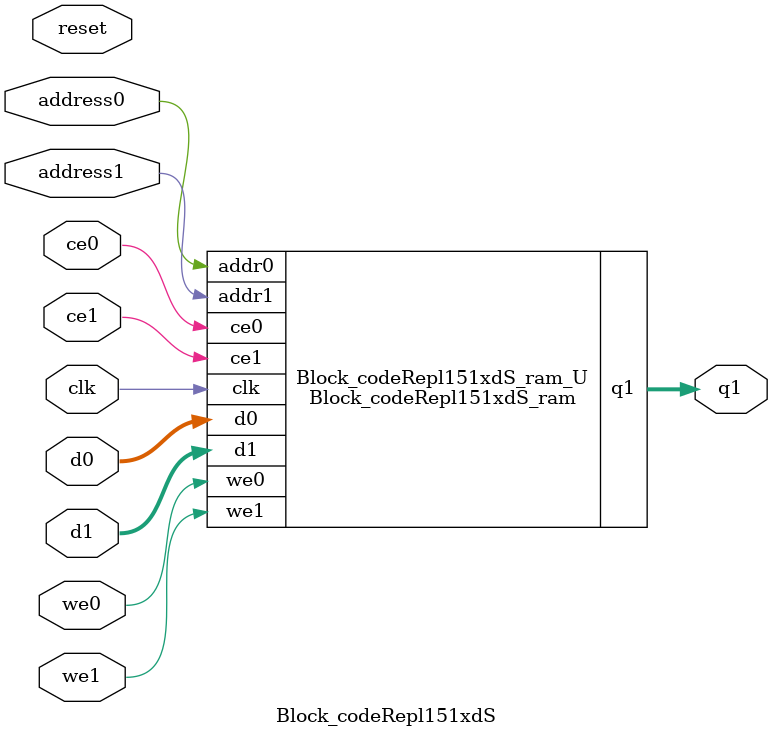
<source format=v>

`timescale 1 ns / 1 ps
module Block_codeRepl151xdS_ram (addr0, ce0, d0, we0, addr1, ce1, d1, we1, q1,  clk);

parameter DWIDTH = 48;
parameter AWIDTH = 1;
parameter MEM_SIZE = 2;

input[AWIDTH-1:0] addr0;
input ce0;
input[DWIDTH-1:0] d0;
input we0;
input[AWIDTH-1:0] addr1;
input ce1;
input[DWIDTH-1:0] d1;
input we1;
output reg[DWIDTH-1:0] q1;
input clk;

(* ram_style = "block" *)reg [DWIDTH-1:0] ram[0:MEM_SIZE-1];




always @(posedge clk)  
begin 
    if (ce0) 
    begin
        if (we0) 
        begin 
            ram[addr0] <= d0; 
        end 
    end
end


always @(posedge clk)  
begin 
    if (ce1) 
    begin
        if (we1) 
        begin 
            ram[addr1] <= d1; 
            q1 <= d1;
        end 
        else 
            q1 <= ram[addr1];
    end
end


endmodule


`timescale 1 ns / 1 ps
module Block_codeRepl151xdS(
    reset,
    clk,
    address0,
    ce0,
    we0,
    d0,
    address1,
    ce1,
    we1,
    d1,
    q1);

parameter DataWidth = 32'd48;
parameter AddressRange = 32'd2;
parameter AddressWidth = 32'd1;
input reset;
input clk;
input[AddressWidth - 1:0] address0;
input ce0;
input we0;
input[DataWidth - 1:0] d0;
input[AddressWidth - 1:0] address1;
input ce1;
input we1;
input[DataWidth - 1:0] d1;
output[DataWidth - 1:0] q1;



Block_codeRepl151xdS_ram Block_codeRepl151xdS_ram_U(
    .clk( clk ),
    .addr0( address0 ),
    .ce0( ce0 ),
    .d0( d0 ),
    .we0( we0 ),
    .addr1( address1 ),
    .ce1( ce1 ),
    .d1( d1 ),
    .we1( we1 ),
    .q1( q1 ));

endmodule


</source>
